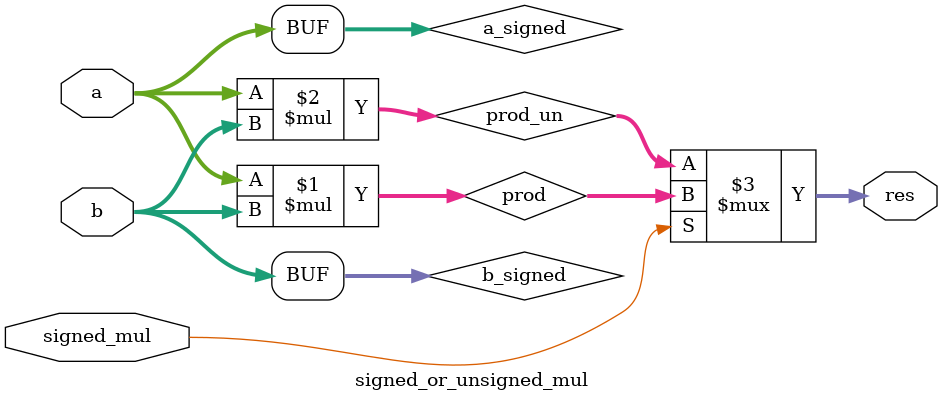
<source format=sv>


module signed_mul_4
(
  input  signed [3:0] a, b,
  output signed [7:0] res
);

  assign res = a * b;

endmodule

// A parameterized module
// that implements the unsigned multiplication of N-bit numbers
// which produces 2N-bit result

module unsigned_mul
# (
  parameter n = 8
)
(
  input  [    n - 1:0] a, b,
  output [2 * n - 1:0] res
);

  assign res = a * b;

endmodule

//----------------------------------------------------------------------------
// Task
//----------------------------------------------------------------------------

// Task:
//
// Implement a parameterized module
// that produces either signed or unsigned result
// of the multiplication depending on the 'signed_mul' input bit.

module signed_or_unsigned_mul
# (
  parameter n = 8
)
(
  input  [    n - 1:0] a, b,
  input                signed_mul,
  output [2 * n - 1:0] res
);

wire signed [n-1:0] a_signed = $signed(a); // 'wire' ensures dynamic, continuous updates, while 'logic' with = defaults to static initialization unless you drive it procedurally
wire signed[n-1:0] b_signed = $signed(b);

wire signed [2*n-1:0] prod = a_signed*b_signed;
wire [2*n-1:0] prod_un = a*b;


assign res= signed_mul?prod :prod_un;

endmodule

</source>
